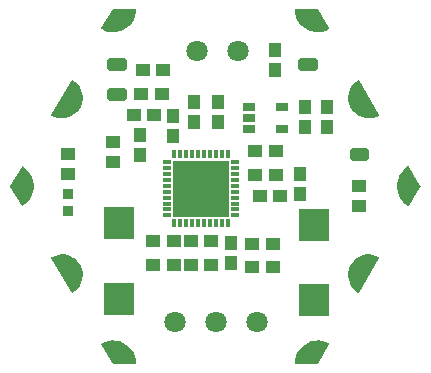
<source format=gbr>
G04 EAGLE Gerber RS-274X export*
G75*
%MOMM*%
%FSLAX34Y34*%
%LPD*%
%INSoldermask Top*%
%IPPOS*%
%AMOC8*
5,1,8,0,0,1.08239X$1,22.5*%
G01*
%ADD10R,0.901600X0.901600*%
%ADD11R,1.201600X1.101600*%
%ADD12C,0.605878*%
%ADD13C,1.101600*%
%ADD14C,1.801600*%
%ADD15R,0.701600X0.351600*%
%ADD16R,0.351600X0.701600*%
%ADD17R,4.701600X4.701600*%
%ADD18R,2.501600X2.701600*%
%ADD19R,1.101600X1.201600*%
%ADD20R,1.101600X0.701600*%

G36*
X224809Y256012D02*
X224809Y256012D01*
X224880Y256009D01*
X224907Y256019D01*
X224936Y256021D01*
X225026Y256063D01*
X225066Y256078D01*
X225074Y256086D01*
X225087Y256092D01*
X227390Y257691D01*
X227414Y257717D01*
X227454Y257744D01*
X229463Y259701D01*
X229482Y259730D01*
X229517Y259763D01*
X231176Y262024D01*
X231191Y262055D01*
X231220Y262094D01*
X232484Y264597D01*
X232493Y264631D01*
X232515Y264674D01*
X233351Y267351D01*
X233354Y267385D01*
X233369Y267431D01*
X233752Y270210D01*
X233750Y270244D01*
X233756Y270292D01*
X233677Y273095D01*
X233669Y273129D01*
X233668Y273177D01*
X233129Y275929D01*
X233115Y275961D01*
X233106Y276009D01*
X232121Y278634D01*
X232106Y278659D01*
X232101Y278679D01*
X232093Y278690D01*
X232086Y278709D01*
X230682Y281137D01*
X230659Y281163D01*
X230635Y281205D01*
X228851Y283368D01*
X228824Y283390D01*
X228793Y283427D01*
X226677Y285268D01*
X226647Y285285D01*
X226611Y285317D01*
X224220Y286784D01*
X224188Y286795D01*
X224147Y286821D01*
X221548Y287874D01*
X221514Y287881D01*
X221469Y287899D01*
X218732Y288510D01*
X218697Y288511D01*
X218650Y288522D01*
X215850Y288674D01*
X215816Y288669D01*
X215768Y288672D01*
X212980Y288362D01*
X212947Y288351D01*
X212899Y288346D01*
X210201Y287581D01*
X210171Y287565D01*
X210124Y287552D01*
X207589Y286353D01*
X207565Y286336D01*
X207538Y286326D01*
X207486Y286277D01*
X207429Y286234D01*
X207415Y286209D01*
X207394Y286189D01*
X207365Y286124D01*
X207329Y286063D01*
X207326Y286034D01*
X207314Y286007D01*
X207313Y285936D01*
X207304Y285865D01*
X207312Y285837D01*
X207312Y285808D01*
X207346Y285715D01*
X207358Y285674D01*
X207365Y285665D01*
X207370Y285652D01*
X224370Y256252D01*
X224389Y256230D01*
X224402Y256204D01*
X224455Y256156D01*
X224502Y256103D01*
X224528Y256091D01*
X224550Y256071D01*
X224617Y256048D01*
X224681Y256018D01*
X224710Y256016D01*
X224738Y256007D01*
X224809Y256012D01*
G37*
G36*
X476588Y403735D02*
X476588Y403735D01*
X476636Y403732D01*
X479424Y404042D01*
X479457Y404053D01*
X479505Y404058D01*
X482203Y404823D01*
X482233Y404839D01*
X482280Y404852D01*
X484815Y406051D01*
X484839Y406068D01*
X484866Y406078D01*
X484918Y406127D01*
X484975Y406170D01*
X484989Y406195D01*
X485011Y406215D01*
X485039Y406280D01*
X485075Y406342D01*
X485078Y406370D01*
X485090Y406397D01*
X485091Y406468D01*
X485100Y406539D01*
X485092Y406567D01*
X485092Y406596D01*
X485058Y406689D01*
X485046Y406730D01*
X485039Y406739D01*
X485034Y406752D01*
X468034Y436152D01*
X468015Y436174D01*
X468002Y436200D01*
X467949Y436248D01*
X467902Y436301D01*
X467876Y436313D01*
X467854Y436333D01*
X467787Y436356D01*
X467723Y436386D01*
X467694Y436388D01*
X467666Y436397D01*
X467595Y436392D01*
X467524Y436395D01*
X467497Y436385D01*
X467468Y436383D01*
X467378Y436341D01*
X467338Y436326D01*
X467330Y436318D01*
X467317Y436312D01*
X465014Y434713D01*
X464990Y434688D01*
X464950Y434660D01*
X462941Y432703D01*
X462922Y432674D01*
X462887Y432641D01*
X461228Y430380D01*
X461213Y430349D01*
X461184Y430310D01*
X459920Y427807D01*
X459911Y427773D01*
X459889Y427730D01*
X459053Y425053D01*
X459050Y425019D01*
X459035Y424973D01*
X458652Y422194D01*
X458654Y422160D01*
X458648Y422112D01*
X458727Y419309D01*
X458735Y419275D01*
X458736Y419227D01*
X459275Y416475D01*
X459289Y416443D01*
X459298Y416395D01*
X460283Y413770D01*
X460301Y413740D01*
X460318Y413695D01*
X461722Y411267D01*
X461745Y411241D01*
X461769Y411200D01*
X463553Y409036D01*
X463580Y409014D01*
X463611Y408977D01*
X465727Y407136D01*
X465757Y407119D01*
X465793Y407088D01*
X468184Y405620D01*
X468216Y405609D01*
X468257Y405583D01*
X470856Y404530D01*
X470890Y404523D01*
X470935Y404505D01*
X473672Y403894D01*
X473707Y403893D01*
X473754Y403882D01*
X476554Y403730D01*
X476588Y403735D01*
G37*
G36*
X467628Y256013D02*
X467628Y256013D01*
X467699Y256012D01*
X467726Y256023D01*
X467755Y256027D01*
X467817Y256061D01*
X467882Y256089D01*
X467903Y256110D01*
X467928Y256124D01*
X467991Y256200D01*
X468021Y256231D01*
X468025Y256241D01*
X468034Y256252D01*
X485034Y285652D01*
X485043Y285680D01*
X485060Y285704D01*
X485075Y285773D01*
X485097Y285841D01*
X485095Y285870D01*
X485101Y285898D01*
X485088Y285968D01*
X485082Y286039D01*
X485069Y286065D01*
X485063Y286093D01*
X485023Y286152D01*
X484991Y286215D01*
X484968Y286234D01*
X484952Y286258D01*
X484870Y286315D01*
X484837Y286342D01*
X484827Y286345D01*
X484815Y286353D01*
X482280Y287552D01*
X482246Y287560D01*
X482203Y287581D01*
X479505Y288346D01*
X479470Y288348D01*
X479424Y288362D01*
X476636Y288672D01*
X476602Y288669D01*
X476554Y288674D01*
X473754Y288522D01*
X473720Y288513D01*
X473672Y288510D01*
X470935Y287899D01*
X470903Y287885D01*
X470856Y287874D01*
X468257Y286821D01*
X468228Y286802D01*
X468184Y286784D01*
X465793Y285317D01*
X465768Y285293D01*
X465727Y285268D01*
X463611Y283427D01*
X463590Y283400D01*
X463553Y283368D01*
X461769Y281205D01*
X461753Y281174D01*
X461722Y281137D01*
X460318Y278709D01*
X460307Y278676D01*
X460300Y278663D01*
X460290Y278649D01*
X460290Y278646D01*
X460283Y278634D01*
X459298Y276009D01*
X459292Y275974D01*
X459275Y275929D01*
X458736Y273177D01*
X458736Y273143D01*
X458727Y273095D01*
X458648Y270292D01*
X458654Y270258D01*
X458652Y270210D01*
X459035Y267431D01*
X459047Y267399D01*
X459053Y267351D01*
X459889Y264674D01*
X459906Y264643D01*
X459920Y264597D01*
X461184Y262094D01*
X461206Y262067D01*
X461228Y262024D01*
X462887Y259763D01*
X462913Y259740D01*
X462941Y259701D01*
X464950Y257744D01*
X464979Y257725D01*
X465014Y257691D01*
X467317Y256092D01*
X467344Y256080D01*
X467367Y256062D01*
X467435Y256041D01*
X467500Y256013D01*
X467529Y256013D01*
X467557Y256005D01*
X467628Y256013D01*
G37*
G36*
X218650Y403882D02*
X218650Y403882D01*
X218684Y403891D01*
X218732Y403894D01*
X221469Y404505D01*
X221501Y404519D01*
X221548Y404530D01*
X224147Y405583D01*
X224176Y405602D01*
X224220Y405620D01*
X226611Y407088D01*
X226636Y407111D01*
X226677Y407136D01*
X228793Y408977D01*
X228814Y409004D01*
X228851Y409036D01*
X230635Y411200D01*
X230651Y411230D01*
X230682Y411267D01*
X232086Y413695D01*
X232097Y413728D01*
X232121Y413770D01*
X233106Y416395D01*
X233112Y416430D01*
X233129Y416475D01*
X233668Y419227D01*
X233668Y419262D01*
X233677Y419309D01*
X233756Y422112D01*
X233751Y422146D01*
X233752Y422194D01*
X233369Y424973D01*
X233357Y425005D01*
X233351Y425053D01*
X232515Y427730D01*
X232498Y427761D01*
X232484Y427807D01*
X231220Y430310D01*
X231198Y430337D01*
X231176Y430380D01*
X229517Y432641D01*
X229491Y432664D01*
X229463Y432703D01*
X227454Y434660D01*
X227425Y434679D01*
X227390Y434713D01*
X225087Y436312D01*
X225060Y436324D01*
X225037Y436342D01*
X224969Y436363D01*
X224904Y436391D01*
X224875Y436391D01*
X224847Y436399D01*
X224776Y436391D01*
X224705Y436392D01*
X224678Y436381D01*
X224649Y436377D01*
X224587Y436343D01*
X224522Y436315D01*
X224501Y436294D01*
X224476Y436280D01*
X224413Y436204D01*
X224383Y436173D01*
X224379Y436163D01*
X224370Y436152D01*
X207370Y406752D01*
X207361Y406724D01*
X207344Y406700D01*
X207329Y406631D01*
X207307Y406563D01*
X207309Y406534D01*
X207303Y406506D01*
X207316Y406436D01*
X207322Y406365D01*
X207335Y406339D01*
X207341Y406311D01*
X207381Y406252D01*
X207413Y406189D01*
X207436Y406170D01*
X207452Y406146D01*
X207534Y406089D01*
X207567Y406062D01*
X207577Y406059D01*
X207589Y406051D01*
X210124Y404852D01*
X210158Y404844D01*
X210201Y404823D01*
X212899Y404058D01*
X212934Y404056D01*
X212980Y404042D01*
X215768Y403732D01*
X215802Y403735D01*
X215850Y403730D01*
X218650Y403882D01*
G37*
G36*
X509929Y329213D02*
X509929Y329213D01*
X510000Y329213D01*
X510027Y329224D01*
X510056Y329227D01*
X510118Y329262D01*
X510183Y329290D01*
X510204Y329310D01*
X510229Y329325D01*
X510292Y329402D01*
X510322Y329432D01*
X510326Y329442D01*
X510335Y329453D01*
X519835Y345953D01*
X519845Y345985D01*
X519854Y345998D01*
X519858Y346022D01*
X519859Y346026D01*
X519890Y346096D01*
X519890Y346120D01*
X519898Y346142D01*
X519892Y346218D01*
X519893Y346295D01*
X519883Y346319D01*
X519882Y346340D01*
X519861Y346379D01*
X519835Y346451D01*
X510335Y362951D01*
X510316Y362973D01*
X510303Y362999D01*
X510250Y363047D01*
X510203Y363100D01*
X510177Y363113D01*
X510156Y363132D01*
X510088Y363155D01*
X510024Y363186D01*
X509995Y363188D01*
X509968Y363197D01*
X509896Y363192D01*
X509825Y363195D01*
X509798Y363185D01*
X509769Y363183D01*
X509679Y363141D01*
X509639Y363126D01*
X509631Y363119D01*
X509618Y363113D01*
X507095Y361371D01*
X507071Y361347D01*
X507033Y361320D01*
X504821Y359196D01*
X504802Y359168D01*
X504768Y359136D01*
X502926Y356685D01*
X502912Y356654D01*
X502883Y356617D01*
X501458Y353902D01*
X501449Y353871D01*
X501433Y353846D01*
X501432Y353838D01*
X501427Y353828D01*
X500456Y350920D01*
X500452Y350886D01*
X500437Y350842D01*
X499945Y347815D01*
X499946Y347781D01*
X499938Y347735D01*
X499938Y344669D01*
X499939Y344665D01*
X499939Y344663D01*
X499945Y344636D01*
X499945Y344589D01*
X500437Y341562D01*
X500449Y341531D01*
X500456Y341484D01*
X501427Y338576D01*
X501444Y338547D01*
X501458Y338502D01*
X502883Y335787D01*
X502905Y335761D01*
X502926Y335719D01*
X504768Y333268D01*
X504793Y333245D01*
X504821Y333208D01*
X507033Y331084D01*
X507061Y331066D01*
X507095Y331033D01*
X509618Y329291D01*
X509645Y329280D01*
X509667Y329261D01*
X509736Y329241D01*
X509801Y329213D01*
X509830Y329213D01*
X509858Y329205D01*
X509929Y329213D01*
G37*
G36*
X182508Y329212D02*
X182508Y329212D01*
X182579Y329209D01*
X182606Y329219D01*
X182635Y329221D01*
X182725Y329263D01*
X182765Y329278D01*
X182773Y329285D01*
X182786Y329291D01*
X185309Y331033D01*
X185333Y331057D01*
X185371Y331084D01*
X187583Y333208D01*
X187602Y333236D01*
X187636Y333268D01*
X189478Y335719D01*
X189492Y335750D01*
X189521Y335787D01*
X190946Y338502D01*
X190955Y338535D01*
X190977Y338576D01*
X191948Y341484D01*
X191952Y341518D01*
X191967Y341562D01*
X192459Y344589D01*
X192458Y344623D01*
X192466Y344669D01*
X192466Y347735D01*
X192459Y347768D01*
X192459Y347815D01*
X191967Y350842D01*
X191955Y350873D01*
X191948Y350920D01*
X190977Y353828D01*
X190964Y353851D01*
X190958Y353876D01*
X190951Y353885D01*
X190946Y353902D01*
X189521Y356617D01*
X189499Y356643D01*
X189478Y356685D01*
X187636Y359136D01*
X187611Y359159D01*
X187583Y359196D01*
X185371Y361320D01*
X185343Y361338D01*
X185309Y361371D01*
X182786Y363113D01*
X182759Y363124D01*
X182737Y363143D01*
X182668Y363163D01*
X182603Y363191D01*
X182574Y363191D01*
X182546Y363199D01*
X182475Y363191D01*
X182404Y363192D01*
X182377Y363180D01*
X182348Y363177D01*
X182286Y363142D01*
X182221Y363114D01*
X182200Y363094D01*
X182175Y363079D01*
X182112Y363002D01*
X182082Y362972D01*
X182078Y362962D01*
X182069Y362951D01*
X172569Y346451D01*
X172545Y346378D01*
X172514Y346308D01*
X172514Y346284D01*
X172506Y346262D01*
X172513Y346186D01*
X172512Y346109D01*
X172521Y346085D01*
X172522Y346064D01*
X172543Y346025D01*
X172562Y345973D01*
X172563Y345967D01*
X172565Y345965D01*
X172569Y345953D01*
X182069Y329453D01*
X182088Y329431D01*
X182101Y329405D01*
X182154Y329357D01*
X182201Y329304D01*
X182227Y329291D01*
X182249Y329272D01*
X182316Y329249D01*
X182380Y329218D01*
X182409Y329217D01*
X182436Y329207D01*
X182508Y329212D01*
G37*
G36*
X432878Y195718D02*
X432878Y195718D01*
X432956Y195727D01*
X432975Y195738D01*
X432997Y195742D01*
X433061Y195786D01*
X433129Y195825D01*
X433145Y195844D01*
X433161Y195855D01*
X433185Y195893D01*
X433235Y195953D01*
X442735Y212453D01*
X442744Y212480D01*
X442760Y212504D01*
X442775Y212574D01*
X442798Y212642D01*
X442795Y212670D01*
X442801Y212698D01*
X442788Y212769D01*
X442782Y212840D01*
X442769Y212865D01*
X442763Y212893D01*
X442723Y212953D01*
X442690Y213016D01*
X442668Y213034D01*
X442652Y213058D01*
X442569Y213116D01*
X442537Y213143D01*
X442526Y213146D01*
X442516Y213153D01*
X439750Y214462D01*
X439717Y214470D01*
X439674Y214490D01*
X436734Y215338D01*
X436700Y215341D01*
X436656Y215354D01*
X433618Y215719D01*
X433584Y215716D01*
X433537Y215722D01*
X430480Y215595D01*
X430447Y215587D01*
X430400Y215586D01*
X427403Y214970D01*
X427372Y214957D01*
X427326Y214948D01*
X424466Y213859D01*
X424438Y213841D01*
X424394Y213825D01*
X421746Y212291D01*
X421720Y212269D01*
X421680Y212246D01*
X419312Y210308D01*
X419290Y210281D01*
X419254Y210252D01*
X417227Y207959D01*
X417211Y207930D01*
X417179Y207895D01*
X415547Y205307D01*
X415535Y205275D01*
X415510Y205236D01*
X414314Y202419D01*
X414307Y202386D01*
X414304Y202379D01*
X414300Y202373D01*
X414299Y202367D01*
X414288Y202343D01*
X413560Y199371D01*
X413558Y199337D01*
X413547Y199292D01*
X413304Y196242D01*
X413308Y196213D01*
X413303Y196185D01*
X413320Y196116D01*
X413328Y196044D01*
X413343Y196020D01*
X413349Y195992D01*
X413392Y195934D01*
X413428Y195872D01*
X413450Y195855D01*
X413467Y195832D01*
X413529Y195795D01*
X413586Y195752D01*
X413614Y195745D01*
X413638Y195730D01*
X413738Y195714D01*
X413779Y195703D01*
X413789Y195705D01*
X413802Y195703D01*
X432802Y195703D01*
X432878Y195718D01*
G37*
G36*
X433571Y476687D02*
X433571Y476687D01*
X433618Y476685D01*
X436656Y477050D01*
X436688Y477061D01*
X436734Y477066D01*
X439674Y477914D01*
X439704Y477930D01*
X439750Y477942D01*
X442516Y479251D01*
X442538Y479268D01*
X442565Y479278D01*
X442617Y479327D01*
X442675Y479370D01*
X442689Y479395D01*
X442710Y479414D01*
X442739Y479480D01*
X442775Y479542D01*
X442778Y479570D01*
X442790Y479596D01*
X442791Y479668D01*
X442800Y479739D01*
X442792Y479766D01*
X442793Y479795D01*
X442757Y479890D01*
X442746Y479930D01*
X442739Y479939D01*
X442735Y479951D01*
X433235Y496451D01*
X433183Y496510D01*
X433137Y496572D01*
X433118Y496583D01*
X433103Y496600D01*
X433033Y496634D01*
X432966Y496674D01*
X432942Y496678D01*
X432924Y496686D01*
X432879Y496688D01*
X432802Y496701D01*
X413802Y496701D01*
X413774Y496696D01*
X413746Y496698D01*
X413678Y496676D01*
X413607Y496662D01*
X413584Y496646D01*
X413557Y496637D01*
X413502Y496590D01*
X413443Y496549D01*
X413428Y496525D01*
X413407Y496507D01*
X413375Y496442D01*
X413336Y496382D01*
X413331Y496354D01*
X413319Y496328D01*
X413310Y496227D01*
X413303Y496185D01*
X413305Y496175D01*
X413304Y496162D01*
X413547Y493112D01*
X413556Y493080D01*
X413560Y493033D01*
X414288Y490061D01*
X414303Y490030D01*
X414314Y489985D01*
X415510Y487168D01*
X415529Y487140D01*
X415547Y487097D01*
X417179Y484509D01*
X417203Y484485D01*
X417227Y484445D01*
X419254Y482152D01*
X419281Y482132D01*
X419312Y482096D01*
X421680Y480158D01*
X421710Y480142D01*
X421746Y480113D01*
X424394Y478580D01*
X424426Y478569D01*
X424466Y478545D01*
X427326Y477457D01*
X427359Y477451D01*
X427403Y477434D01*
X430400Y476818D01*
X430434Y476818D01*
X430480Y476809D01*
X433537Y476682D01*
X433571Y476687D01*
G37*
G36*
X278630Y195708D02*
X278630Y195708D01*
X278658Y195706D01*
X278726Y195728D01*
X278797Y195742D01*
X278820Y195758D01*
X278847Y195767D01*
X278902Y195814D01*
X278961Y195855D01*
X278976Y195879D01*
X278998Y195897D01*
X279029Y195962D01*
X279068Y196022D01*
X279073Y196050D01*
X279085Y196076D01*
X279094Y196177D01*
X279101Y196219D01*
X279099Y196229D01*
X279100Y196242D01*
X278857Y199292D01*
X278848Y199324D01*
X278844Y199371D01*
X278116Y202343D01*
X278101Y202374D01*
X278090Y202419D01*
X276894Y205236D01*
X276875Y205264D01*
X276857Y205307D01*
X275225Y207895D01*
X275201Y207919D01*
X275177Y207959D01*
X273150Y210252D01*
X273123Y210272D01*
X273092Y210308D01*
X270725Y212246D01*
X270694Y212262D01*
X270658Y212291D01*
X268010Y213825D01*
X267978Y213835D01*
X267938Y213859D01*
X265078Y214948D01*
X265045Y214953D01*
X265001Y214970D01*
X262004Y215586D01*
X261970Y215586D01*
X261924Y215595D01*
X258867Y215722D01*
X258833Y215717D01*
X258786Y215719D01*
X255748Y215354D01*
X255716Y215343D01*
X255670Y215338D01*
X252730Y214490D01*
X252700Y214474D01*
X252655Y214462D01*
X249889Y213153D01*
X249866Y213136D01*
X249839Y213126D01*
X249787Y213077D01*
X249729Y213034D01*
X249715Y213009D01*
X249694Y212990D01*
X249665Y212924D01*
X249629Y212862D01*
X249626Y212834D01*
X249614Y212808D01*
X249613Y212736D01*
X249604Y212665D01*
X249612Y212638D01*
X249612Y212609D01*
X249647Y212514D01*
X249658Y212474D01*
X249665Y212465D01*
X249669Y212453D01*
X259169Y195953D01*
X259221Y195895D01*
X259267Y195832D01*
X259286Y195821D01*
X259301Y195804D01*
X259371Y195770D01*
X259438Y195730D01*
X259463Y195726D01*
X259480Y195718D01*
X259525Y195716D01*
X259602Y195703D01*
X278602Y195703D01*
X278630Y195708D01*
G37*
G36*
X261924Y476809D02*
X261924Y476809D01*
X261957Y476817D01*
X262004Y476818D01*
X265001Y477434D01*
X265032Y477447D01*
X265078Y477457D01*
X267938Y478545D01*
X267967Y478563D01*
X268010Y478580D01*
X270658Y480113D01*
X270684Y480135D01*
X270725Y480158D01*
X273092Y482096D01*
X273114Y482123D01*
X273150Y482152D01*
X275177Y484445D01*
X275194Y484474D01*
X275225Y484509D01*
X276857Y487097D01*
X276869Y487129D01*
X276894Y487168D01*
X278090Y489985D01*
X278097Y490018D01*
X278116Y490061D01*
X278844Y493033D01*
X278846Y493067D01*
X278857Y493112D01*
X279100Y496162D01*
X279096Y496191D01*
X279101Y496219D01*
X279084Y496288D01*
X279076Y496360D01*
X279062Y496384D01*
X279055Y496412D01*
X279012Y496470D01*
X278977Y496532D01*
X278954Y496549D01*
X278937Y496572D01*
X278875Y496609D01*
X278818Y496652D01*
X278790Y496659D01*
X278766Y496674D01*
X278666Y496690D01*
X278625Y496701D01*
X278615Y496699D01*
X278602Y496701D01*
X259602Y496701D01*
X259526Y496686D01*
X259448Y496677D01*
X259429Y496666D01*
X259407Y496662D01*
X259343Y496618D01*
X259275Y496579D01*
X259259Y496560D01*
X259243Y496549D01*
X259219Y496511D01*
X259169Y496451D01*
X249669Y479951D01*
X249660Y479924D01*
X249644Y479900D01*
X249629Y479830D01*
X249606Y479762D01*
X249609Y479734D01*
X249603Y479706D01*
X249617Y479636D01*
X249622Y479564D01*
X249635Y479539D01*
X249641Y479511D01*
X249681Y479451D01*
X249714Y479388D01*
X249736Y479370D01*
X249752Y479346D01*
X249835Y479288D01*
X249867Y479261D01*
X249878Y479258D01*
X249889Y479251D01*
X252655Y477942D01*
X252688Y477934D01*
X252730Y477914D01*
X255670Y477066D01*
X255704Y477063D01*
X255748Y477050D01*
X258786Y476685D01*
X258820Y476688D01*
X258867Y476682D01*
X261924Y476809D01*
G37*
D10*
X221171Y339968D03*
X221171Y324968D03*
D11*
X467345Y329824D03*
X467345Y346824D03*
X221286Y356737D03*
X221286Y373737D03*
D12*
X256903Y427167D02*
X267861Y427167D01*
X267861Y422209D01*
X256903Y422209D01*
X256903Y427167D01*
X256903Y447609D02*
X267861Y447609D01*
X256903Y447609D02*
X256903Y452567D01*
X267861Y452567D01*
X267861Y447609D01*
X418447Y447101D02*
X429405Y447101D01*
X418447Y447101D02*
X418447Y452059D01*
X429405Y452059D01*
X429405Y447101D01*
X462293Y371104D02*
X473251Y371104D01*
X462293Y371104D02*
X462293Y376062D01*
X473251Y376062D01*
X473251Y371104D01*
D13*
X428802Y489302D03*
X511402Y346202D03*
X428802Y203102D03*
X263602Y203102D03*
X181002Y346202D03*
X263602Y489302D03*
X470102Y417702D03*
X470102Y274702D03*
X222302Y274702D03*
X222302Y417702D03*
D14*
X365480Y460740D03*
X330480Y460740D03*
X311710Y231410D03*
X346710Y231410D03*
X381710Y231410D03*
D15*
X305010Y366670D03*
X305010Y361670D03*
X305010Y356670D03*
X305010Y351670D03*
X305010Y346670D03*
X305010Y341670D03*
X305010Y336670D03*
X305010Y331670D03*
X305010Y326670D03*
X305010Y321670D03*
D16*
X311510Y315170D03*
X316510Y315170D03*
X321510Y315170D03*
X326510Y315170D03*
X331510Y315170D03*
X336510Y315170D03*
X341510Y315170D03*
X346510Y315170D03*
X351510Y315170D03*
X356510Y315170D03*
D15*
X363010Y321670D03*
X363010Y326670D03*
X363010Y331670D03*
X363010Y336670D03*
X363010Y341670D03*
X363010Y346670D03*
X363010Y351670D03*
X363010Y356670D03*
X363010Y361670D03*
X363010Y366670D03*
D16*
X356510Y373170D03*
X351510Y373170D03*
X346510Y373170D03*
X341510Y373170D03*
X336510Y373170D03*
X331510Y373170D03*
X326510Y373170D03*
X321510Y373170D03*
X316510Y373170D03*
X311510Y373170D03*
D17*
X334010Y344170D03*
D18*
X429260Y249690D03*
X429260Y313690D03*
D11*
X394580Y278130D03*
X377580Y278130D03*
X394580Y297180D03*
X377580Y297180D03*
D18*
X264160Y315210D03*
X264160Y251210D03*
D11*
X310760Y299720D03*
X293760Y299720D03*
X310760Y279400D03*
X293760Y279400D03*
D19*
X281940Y372500D03*
X281940Y389500D03*
D11*
X259080Y366540D03*
X259080Y383540D03*
D19*
X359410Y298060D03*
X359410Y281060D03*
X347980Y400440D03*
X347980Y417440D03*
X327660Y400440D03*
X327660Y417440D03*
D11*
X325510Y279400D03*
X342510Y279400D03*
X325510Y299720D03*
X342510Y299720D03*
D19*
X309880Y389010D03*
X309880Y406010D03*
D11*
X294250Y406400D03*
X277250Y406400D03*
X380120Y375920D03*
X397120Y375920D03*
X380120Y355600D03*
X397120Y355600D03*
D19*
X417830Y339480D03*
X417830Y356480D03*
X396240Y461890D03*
X396240Y444890D03*
D11*
X383930Y337820D03*
X400930Y337820D03*
D20*
X374870Y413360D03*
X374870Y403860D03*
X374870Y394360D03*
X402370Y394360D03*
X402370Y413360D03*
D19*
X440690Y413630D03*
X440690Y396630D03*
X421640Y413630D03*
X421640Y396630D03*
D11*
X300600Y424180D03*
X283600Y424180D03*
X301870Y444500D03*
X284870Y444500D03*
M02*

</source>
